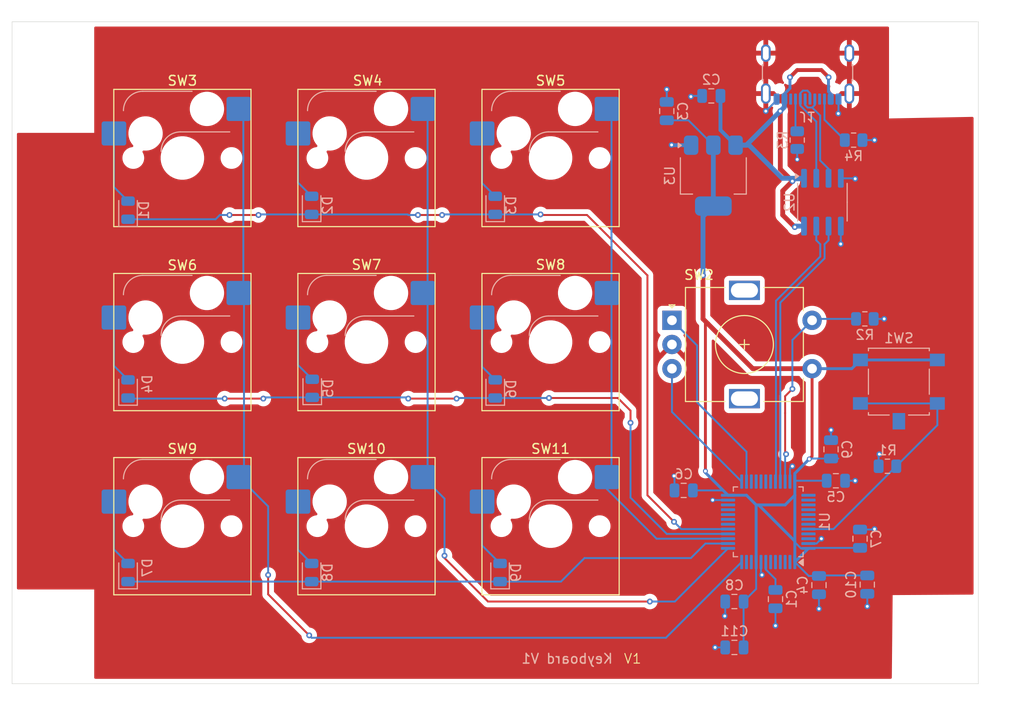
<source format=kicad_pcb>
(kicad_pcb (version 20241229) (generator "pcbnew") (generator_version "9.0")
  (layers (0 "F.Cu" signal) (2 "B.Cu" signal) (13 "F.Paste" user) (15 "B.Paste" user) (5 "F.SilkS" user "F.Silkscreen") (7 "B.SilkS" user "B.Silkscreen") (1 "F.Mask" user) (3 "B.Mask" user) (25 "Edge.Cuts" user))
  (net 0 "")
  (net 1 "GND")
  (net 2 "Net-(U1-NRST)")
  (net 3 "VBUS")
  (net 4 "+3.3V")
  (net 5 "Net-(D1-A)")
  (net 6 "/KR1")
  (net 7 "Net-(D2-A)")
  (net 8 "Net-(D3-A)")
  (net 9 "Net-(D4-A)")
  (net 10 "/KR2")
  (net 11 "Net-(D5-A)")
  (net 12 "Net-(D6-A)")
  (net 13 "/KR3")
  (net 14 "Net-(D7-A)")
  (net 15 "Net-(D8-A)")
  (net 16 "Net-(D9-A)")
  (net 17 "Net-(J1-D+-PadA6)")
  (net 18 "Net-(J1-D--PadA7)")
  (net 20 "Net-(J1-CC2)")
  (net 22 "Net-(J1-CC1)")
  (net 23 "/BOOT0")
  (net 24 "/MUTE")
  (net 25 "/ENCA")
  (net 26 "/ENCB")
  (net 27 "/KC1")
  (net 28 "/KC2")
  (net 29 "/KC3")
  (net 35 "/D+")
  (net 38 "/D-")
  (footprint "PCM_Switch_Keyboard_Hotswap_Kailh:SW_Hotswap_Kailh_MX_1.00u" (layer "F.Cu") (at 47.625 76.2)
    (property "Reference" "SW9")
    (property "Value" "SW_Push")
  )
  (footprint "PCM_Switch_Keyboard_Hotswap_Kailh:SW_Hotswap_Kailh_MX_1.00u" (layer "F.Cu") (at 47.625 38.1)
    (property "Reference" "SW3")
    (property "Value" "SW_Push")
  )
  (footprint "PCM_Switch_Keyboard_Hotswap_Kailh:SW_Hotswap_Kailh_MX_1.00u" (layer "F.Cu") (at 66.675 76.2)
    (property "Reference" "SW10")
    (property "Value" "SW_Push")
  )
  (footprint "PCM_Switch_Keyboard_Hotswap_Kailh:SW_Hotswap_Kailh_MX_1.00u" (layer "F.Cu") (at 85.725 57.15)
    (property "Reference" "SW8")
    (property "Value" "SW_Push")
  )
  (footprint "PCM_Switch_Keyboard_Hotswap_Kailh:SW_Hotswap_Kailh_MX_1.00u" (layer "F.Cu") (at 66.675 57.15)
    (property "Reference" "SW7")
    (property "Value" "SW_Push")
  )
  (footprint "Rotary_Encoder:RotaryEncoder_Alps_EC11E-Switch_Vertical_H20mm" (layer "F.Cu") (at 98.2875 54.9)
    (property "Reference" "SW2")
    (property "Value" "RotaryEncoder_Switch")
  )
  (footprint "PCM_Switch_Keyboard_Hotswap_Kailh:SW_Hotswap_Kailh_MX_1.00u" (layer "F.Cu") (at 66.675 38.1)
    (property "Reference" "SW4")
    (property "Value" "SW_Push")
  )
  (footprint "PCM_Switch_Keyboard_Hotswap_Kailh:SW_Hotswap_Kailh_MX_1.00u" (layer "F.Cu") (at 47.625 57.15)
    (property "Reference" "SW6")
    (property "Value" "SW_Push")
  )
  (footprint "PCM_Switch_Keyboard_Hotswap_Kailh:SW_Hotswap_Kailh_MX_1.00u" (layer "F.Cu") (at 85.725 76.2)
    (property "Reference" "SW11")
    (property "Value" "SW_Push")
  )
  (footprint "MountingHole:MountingHole_3.2mm_M3" (layer "F.Cu") (at 34.75 30)
    (property "Reference" "H1" (hide yes))
    (property "Value" "MountingHole")
  )
  (footprint "MountingHole:MountingHole_3.2mm_M3" (layer "F.Cu") (at 125 30)
    (property "Reference" "H2" (hide yes))
    (property "Value" "MountingHole")
  )
  (footprint "MountingHole:MountingHole_3.2mm_M3" (layer "F.Cu") (at 34.75 87.5)
    (property "Reference" "H4" (hide yes))
    (property "Value" "MountingHole")
  )
  (footprint "MountingHole:MountingHole_3.2mm_M3" (layer "F.Cu") (at 125 87.5)
    (property "Reference" "H3" (hide yes))
    (property "Value" "MountingHole")
  )
  (footprint "PCM_Switch_Keyboard_Hotswap_Kailh:SW_Hotswap_Kailh_MX_1.00u" (layer "F.Cu") (at 85.725 38.1)
    (property "Reference" "SW5")
    (property "Value" "SW_Push")
  )
  (footprint "Diode_SMD:D_0805_2012Metric" (layer "B.Cu") (at 80.5 81 90)
    (property "Reference" "D9")
    (property "Value" "D")
  )
  (footprint "Connector_USB:USB_C_Receptacle_GCT_USB4105-xx-A_16P_TopMnt_Horizontal" (layer "B.Cu") (at 112.32 28.325)
    (property "Reference" "J1")
    (property "Value" "USB_C_Receptacle_USB2.0_16P")
  )
  (footprint "Resistor_SMD:R_0805_2012Metric" (layer "B.Cu") (at 117.0875 36.25)
    (property "Reference" "R4")
    (property "Value" "5.1k")
  )
  (footprint "Capacitor_SMD:C_0805_2012Metric" (layer "B.Cu") (at 113.5 82.3 -90)
    (property "Reference" "C4")
    (property "Value" "100n")
  )
  (footprint "Capacitor_SMD:C_0805_2012Metric" (layer "B.Cu") (at 115.25 71.5)
    (property "Reference" "C5")
    (property "Value" "100n")
  )
  (footprint "Package_TO_SOT_SMD:SOT-223-3_TabPin2" (layer "B.Cu") (at 102.57 39.925 -90)
    (property "Reference" "U3")
    (property "Value" "AMS1117-3.3")
  )
  (footprint "Capacitor_SMD:C_0805_2012Metric" (layer "B.Cu") (at 104.75 84 180)
    (property "Reference" "C8")
    (property "Value" "10n")
  )
  (footprint "Diode_SMD:D_0805_2012Metric" (layer "B.Cu") (at 80 62 90)
    (property "Reference" "D6")
    (property "Value" "D")
  )
  (footprint "Resistor_SMD:R_0805_2012Metric" (layer "B.Cu") (at 120.5875 70 180)
    (property "Reference" "R1")
    (property "Value" "10k")
  )
  (footprint "Diode_SMD:D_0805_2012Metric" (layer "B.Cu") (at 42 62 90)
    (property "Reference" "D4")
    (property "Value" "D")
  )
  (footprint "Diode_SMD:D_0805_2012Metric" (layer "B.Cu") (at 61 81 90)
    (property "Reference" "D8")
    (property "Value" "D")
  )
  (footprint "Package_QFP:LQFP-48_7x7mm_P0.5mm" (layer "B.Cu") (at 108.25 75.75 90)
    (property "Reference" "U1")
    (property "Value" "STM32F072C8Tx")
  )
  (footprint "Capacitor_SMD:C_0805_2012Metric" (layer "B.Cu") (at 114.75 68.25 90)
    (property "Reference" "C9")
    (property "Value" "4.7u")
  )
  (footprint "Capacitor_SMD:C_0805_2012Metric" (layer "B.Cu") (at 97.75 33.25 90)
    (property "Reference" "C3")
    (property "Value" "10u")
  )
  (footprint "Capacitor_SMD:C_0805_2012Metric" (layer "B.Cu") (at 118.5 82.25 -90)
    (property "Reference" "C10")
    (property "Value" "4.7u")
  )
  (footprint "Package_SO:SOIC-8_3.9x4.9mm_P1.27mm" (layer "B.Cu") (at 113.8575 42.675 -90)
    (property "Reference" "U2")
    (property "Value" "USB6B1")
  )
  (footprint "Button_Switch_SMD:SW_SPST_B3S-1100" (layer "B.Cu") (at 121.77 62.17 180)
    (property "Reference" "SW1")
    (property "Value" "SW_Push")
  )
  (footprint "Resistor_SMD:R_0805_2012Metric" (layer "B.Cu") (at 111.25 36.25 -90)
    (property "Reference" "R3")
    (property "Value" "5.1k")
  )
  (footprint "Diode_SMD:D_0805_2012Metric" (layer "B.Cu") (at 42 43.5 90)
    (property "Reference" "D1")
    (property "Value" "D")
  )
  (footprint "Capacitor_SMD:C_0805_2012Metric" (layer "B.Cu") (at 104.75 88.75 180)
    (property "Reference" "C11")
    (property "Value" "1u")
  )
  (footprint "Capacitor_SMD:C_0805_2012Metric" (layer "B.Cu") (at 99.5 72.5 180)
    (property "Reference" "C6")
    (property "Value" "100n")
  )
  (footprint "Capacitor_SMD:C_0805_2012Metric" (layer "B.Cu") (at 102.3575 31.675 180)
    (property "Reference" "C2")
    (property "Value" "10u")
  )
  (footprint "Capacitor_SMD:C_0805_2012Metric" (layer "B.Cu") (at 117.75 77.5 90)
    (property "Reference" "C7")
    (property "Value" "100n")
  )
  (footprint "Diode_SMD:D_0805_2012Metric" (layer "B.Cu") (at 42 81 90)
    (property "Reference" "D7")
    (property "Value" "D")
  )
  (footprint "Capacitor_SMD:C_0805_2012Metric" (layer "B.Cu") (at 109 83.75 90)
    (property "Reference" "C1")
    (property "Value" "100n")
  )
  (footprint "Resistor_SMD:R_0805_2012Metric" (layer "B.Cu") (at 118.25 54.75)
    (property "Reference" "R2")
    (property "Value" "10k")
  )
  (footprint "Diode_SMD:D_0805_2012Metric" (layer "B.Cu") (at 61 43 90)
    (property "Reference" "D2")
    (property "Value" "D")
  )
  (footprint "Diode_SMD:D_0805_2012Metric" (layer "B.Cu") (at 61.0625 61.9375 90)
    (property "Reference" "D5")
    (property "Value" "D")
  )
  (footprint "Diode_SMD:D_0805_2012Metric" (layer "B.Cu") (at 80 43 90)
    (property "Reference" "D3")
    (property "Value" "D")
  )
  (gr_line (start 130 24) (end 130 92.5) (stroke (width 0.05)) (layer "Edge.Cuts"))
  (gr_line (start 30 24) (end 130 24) (stroke (width 0.05)) (layer "Edge.Cuts"))
  (gr_line (start 130 92.5) (end 30 92.5) (stroke (width 0.05)) (layer "Edge.Cuts"))
  (gr_line (start 30 24) (end 30 92.5) (stroke (width 0.05)) (layer "Edge.Cuts"))
  (gr_text "V1" (at 93.25 90.5 0) (layer "F.SilkS") (effects (font (size 1 1) (thickness 0.1)) (justify left bottom)))
  (gr_text "Keyboard V1" (at 92.25 90.5 0) (layer "B.SilkS") (effects (font (size 1 1)) (justify left bottom mirror)))
  (via (at 100.25 31.75) (size 0.6) (drill 0.3) (layers "F.Cu" "B.Cu") (net 1))
  (via (at 115.5 33.5) (size 0.6) (drill 0.3) (layers "F.Cu" "B.Cu") (net 1))
  (via (at 110.75 70) (size 0.6) (drill 0.3) (layers "F.Cu" "B.Cu") (net 1))
  (via (at 108 33.25) (size 0.6) (drill 0.3) (layers "F.Cu" "B.Cu") (net 1))
  (via (at 119.75 68.75) (size 0.6) (drill 0.3) (layers "F.Cu" "B.Cu") (net 1))
  (via (at 113.5 84.75) (size 0.6) (drill 0.3) (layers "F.Cu" "B.Cu") (net 1))
  (via (at 115.75 47) (size 0.6) (drill 0.3) (layers "F.Cu" "B.Cu") (net 1))
  (via (at 98.5 71) (size 0.5) (drill 0.3) (layers "F.Cu" "B.Cu") (net 1))
  (via (at 107.6 81.25) (size 0.6) (drill 0.3) (layers "F.Cu" "B.Cu") (net 1))
  (via (at 117.25 71.5) (size 0.6) (drill 0.3) (layers "F.Cu" "B.Cu") (net 1))
  (via (at 120.25 54.75) (size 0.6) (drill 0.3) (layers "F.Cu" "B.Cu") (net 1))
  (via (at 109 86.5) (size 0.6) (drill 0.3) (layers "F.Cu" "B.Cu") (net 1))
  (via (at 117.25 40.25) (size 0.6) (drill 0.3) (layers "F.Cu" "B.Cu") (net 1))
  (via (at 103.75 85.5) (size 0.6) (drill 0.3) (layers "F.Cu" "B.Cu") (net 1))
  (via (at 114.75 66.25) (size 0.6) (drill 0.3) (layers "F.Cu" "B.Cu") (net 1))
  (via (at 98.25 36.75) (size 0.6) (drill 0.3) (layers "F.Cu" "B.Cu") (net 1))
  (via (at 111.25 38.25) (size 0.5) (drill 0.3) (layers "F.Cu" "B.Cu") (net 1))
  (via (at 119.25 76.5) (size 0.6) (drill 0.3) (layers "F.Cu" "B.Cu") (net 1))
  (via (at 102.5 73.5) (size 0.5) (drill 0.3) (layers "F.Cu" "B.Cu") (net 1))
  (via (at 102.75 88.75) (size 0.6) (drill 0.3) (layers "F.Cu" "B.Cu") (net 1))
  (via (at 118.5 84.5) (size 0.6) (drill 0.3) (layers "F.Cu" "B.Cu") (net 1))
  (via (at 119.25 36.25) (size 0.6) (drill 0.3) (layers "F.Cu" "B.Cu") (net 1))
  (via (at 113.75 77.5) (size 0.6) (drill 0.3) (layers "F.Cu" "B.Cu") (net 1))
  (via (at 97.75 31) (size 0.6) (drill 0.3) (layers "F.Cu" "B.Cu") (net 1))
  (segment (start 117.2 40.2) (end 117.25 40.25) (width 0.2) (layer "B.Cu") (net 1))
  (segment (start 98.55 71.05) (end 98.5 71) (width 0.2) (layer "B.Cu") (net 1))
  (segment (start 100.325 31.675) (end 100.25 31.75) (width 0.2) (layer "B.Cu") (net 1))
  (segment (start 103.8 88.75) (end 102.75 88.75) (width 0.2) (layer "B.Cu") (net 1))
  (segment (start 100.27 36.775) (end 98.275 36.775) (width 0.4) (layer "B.Cu") (net 1))
  (segment (start 116.2 71.5) (end 117.25 71.5) (width 0.2) (layer "B.Cu") (net 1))
  (segment (start 113.25 78) (end 113.75 77.5) (width 0.2) (layer "B.Cu") (net 1))
  (segment (start 107.5 79.9125) (end 107.5 81.15) (width 0.2) (layer "B.Cu") (net 1))
  (segment (start 103.8 84) (end 103.8 85.45) (width 0.2) (layer "B.Cu") (net 1))
  (segment (start 118 36.25) (end 119.25 36.25) (width 0.2) (layer "B.Cu") (net 1))
  (segment (start 109 84.7) (end 109 86.5) (width 0.2) (layer "B.Cu") (net 1))
  (segment (start 98.55 72.5) (end 98.55 71.05) (width 0.2) (layer "B.Cu") (net 1))
  (segment (start 107.5 81.15) (end 107.6 81.25) (width 0.2) (layer "B.Cu") (net 1))
  (segment (start 111.25 37.1625) (end 111.25 38.25) (width 0.2) (layer "B.Cu") (net 1))
  (segment (start 98.275 36.775) (end 98.25 36.75) (width 0.4) (layer "B.Cu") (net 1))
  (segment (start 110.5 71.5875) (end 110.5 70.25) (width 0.2) (layer "B.Cu") (net 1))
  (segment (start 114.75 67.3) (end 114.75 66.25) (width 0.2) (layer "B.Cu") (net 1))
  (segment (start 112.4125 78) (end 113.25 78) (width 0.2) (layer "B.Cu") (net 1))
  (segment (start 119.2 76.55) (end 119.25 76.5) (width 0.2) (layer "B.Cu") (net 1))
  (segment (start 119.675 68.825) (end 119.75 68.75) (width 0.2) (layer "B.Cu") (net 1))
  (segment (start 115.52 33.48) (end 115.5 33.5) (width 0.2) (layer "B.Cu") (net 1))
  (segment (start 119.1625 54.75) (end 120.25 54.75) (width 0.2) (layer "B.Cu") (net 1))
  (segment (start 117.75 76.55) (end 119.2 76.55) (width 0.2) (layer "B.Cu") (net 1))
  (segment (start 115.52 32.005) (end 115.52 33.48) (width 0.2) (layer "B.Cu") (net 1))
  (segment (start 109.12 32.005) (end 109.12 32.13) (width 0.2) (layer "B.Cu") (net 1))
  (segment (start 113.5 83.25) (end 113.5 84.75) (width 0.2) (layer "B.Cu") (net 1))
  (segment (start 109.12 32.13) (end 108 33.25) (width 0.2) (layer "B.Cu") (net 1))
  (segment (start 115.7625 46.9875) (end 115.75 47) (width 0.2) (layer "B.Cu") (net 1))
  (segment (start 115.7625 40.2) (end 117.2 40.2) (width 0.2) (layer "B.Cu") (net 1))
  (segment (start 115.7625 45.15) (end 115.7625 46.9875) (width 0.2) (layer "B.Cu") (net 1))
  (segment (start 97.75 32.3) (end 97.75 31) (width 0.2) (layer "B.Cu") (net 1))
  (segment (start 104.0875 73.5) (end 102.5 73.5) (width 0.2) (layer "B.Cu") (net 1))
  (segment (start 119.675 70) (end 119.675 68.825) (width 0.2) (layer "B.Cu") (net 1))
  (segment (start 103.8 85.45) (end 103.75 85.5) (width 0.2) (layer "B.Cu") (net 1))
  (segment (start 101.4075 31.675) (end 100.325 31.675) (width 0.2) (layer "B.Cu") (net 1))
  (segment (start 118.5 83.2) (end 118.5 84.5) (width 0.2) (layer "B.Cu") (net 1))
  (segment (start 110.5 70.25) (end 110.75 70) (width 0.2) (layer "B.Cu") (net 1))
  (segment (start 108 80.683824) (end 108 79.9125) (width 0.2) (layer "B.Cu") (net 2))
  (segment (start 109 81.683824) (end 108 80.683824) (width 0.2) (layer "B.Cu") (net 2))
  (segment (start 109 82.8) (end 109 81.683824) (width 0.2) (layer "B.Cu") (net 2))
  (segment (start 109.5 39.25) (end 110.75 40.5) (width 0.5) (layer "F.Cu") (net 3))
  (segment (start 111.25 29) (end 113.75 29) (width 0.4) (layer "F.Cu") (net 3))
  (segment (start 110.5 29.75) (end 111.25 29) (width 0.4) (layer "F.Cu") (net 3))
  (segment (start 109.75 41.5) (end 109.75 44) (width 0.5) (layer "F.Cu") (net 3))
  (segment (start 109.5 33.25) (end 109.5 39.25) (width 0.5) (layer "F.Cu") (net 3))
  (segment (start 113.75 29) (end 114.5 29.75) (width 0.4) (layer "F.Cu") (net 3))
  (segment (start 109.75 44) (end 111 45.25) (width 0.5) (layer "F.Cu") (net 3))
  (segment (start 110.75 40.5) (end 109.75 41.5) (width 0.5) (layer "F.Cu") (net 3))
  (via (at 110.5 29.75) (size 0.6) (drill 0.3) (layers "F.Cu" "B.Cu") (net 3))
  (via (at 109.5 33.25) (size 0.6) (drill 0.3) (layers "F.Cu" "B.Cu") (net 3))
  (via (at 110.75 40.5) (size 0.6) (drill 0.3) (layers "F.Cu" "B.Cu") (net 3))
  (via (at 114.5 29.75) (size 0.6) (drill 0.3) (layers "F.Cu" "B.Cu") (net 3))
  (via (at 111 45.25) (size 0.6) (drill 0.3) (layers "F.Cu" "B.Cu") (net 3))
  (segment (start 103.3075 31.675) (end 103.3075 35.2125) (width 0.4) (layer "B.Cu") (net 3))
  (segment (start 109.92 31.475466) (end 110.5 30.895466) (width 0.3) (layer "B.Cu") (net 3))
  (segment (start 111.9525 45.15) (end 111.1 45.15) (width 0.5) (layer "B.Cu") (net 3))
  (segment (start 109.7 40.2) (end 111.9525 40.2) (width 0.5) (layer "B.Cu") (net 3))
  (segment (start 110.75 40.5) (end 111 40.25) (width 0.5) (layer "B.Cu") (net 3))
  (segment (start 106.275 36.775) (end 109.7 40.2) (width 0.5) (layer "B.Cu") (net 3))
  (segment (start 104.87 36.775) (end 106.275 36.775) (width 0.5) (layer "B.Cu") (net 3))
  (segment (start 114.484 29.766) (end 114.5 29.75) (width 0.3) (layer "B.Cu") (net 3))
  (segment (start 111 40.25) (end 111.9025 40.25) (width 0.5) (layer "B.Cu") (net 3))
  (segment (start 103.3075 35.2125) (end 104.87 36.775) (width 0.4) (layer "B.Cu") (net 3))
  (segment (start 109.92 32.005) (end 109.92 32.83) (width 0.5) (layer "B.Cu") (net 3))
  (segment (start 111.1 45.15) (end 111 45.25) (width 0.5) (layer "B.Cu") (net 3))
  (segment (start 114.484 31.234) (end 114.484 29.766) (width 0.3) (layer "B.Cu") (net 3))
  (segment (start 109.92 32.005) (end 109.92 31.475466) (width 0.3) (layer "B.Cu") (net 3))
  (segment (start 111.9025 40.25) (end 111.9525 40.2) (width 0.5) (layer "B.Cu") (net 3))
  (segment (start 105.975 36.775) (end 104.87 36.775) (width 0.5) (layer "B.Cu") (net 3))
  (segment (start 114.72 32.005) (end 114.72 31.47) (width 0.3) (layer "B.Cu") (net 3))
  (segment (start 110.5 30.895466) (end 110.5 29.75) (width 0.3) (layer "B.Cu") (net 3))
  (segment (start 109.5 33.25) (end 105.975 36.775) (width 0.5) (layer "B.Cu") (net 3))
  (segment (start 114.72 31.47) (end 114.484 31.234) (width 0.3) (layer "B.Cu") (net 3))
  (segment (start 109.92 32.83) (end 109.5 33.25) (width 0.5) (layer "B.Cu") (net 3))
  (segment (start 106.65 59.9) (end 102 55.25) (width 0.5) (layer "F.Cu") (net 4))
  (segment (start 112.7875 68.9625) (end 112.7875 59.9) (width 0.3) (layer "F.Cu") (net 4))
  (segment (start 101.5 54.75) (end 101.5 50.25) (width 0.5) (layer "F.Cu") (net 4))
  (segment (start 101.75 55) (end 101.5 54.75) (width 0.3) (layer "F.Cu") (net 4))
  (segment (start 101.75 70.5) (end 101.75 55) (width 0.3) (layer "F.Cu") (net 4))
  (segment (start 112.5 69.25) (end 112.7875 68.9625) (width 0.3) (layer "F.Cu") (net 4))
  (segment (start 112.7875 59.9) (end 106.65 59.9) (width 0.5) (layer "F.Cu") (net 4))
  (segment (start 102 55.25) (end 101.5 54.75) (width 0.5) (layer "F.Cu") (net 4))
  (via (at 101.5 50.25) (size 0.6) (drill 0.3) (layers "F.Cu" "B.Cu") (net 4))
  (via (at 101.75 70.5) (size 0.5) (drill 0.3) (layers "F.Cu" "B.Cu") (net 4))
  (via (at 112.5 69.25) (size 0.5) (drill 0.3) (layers "F.Cu" "B.Cu") (net 4))
  (segment (start 110 74) (end 111 73) (width 0.3) (layer "B.Cu") (net 4))
  (segment (start 112.55 69.2) (end 112.5 69.25) (width 0.2) (layer "B.Cu") (net 4))
  (segment (start 113.55 81.3) (end 113.5 81.35) (width 0.2) (layer "B.Cu") (net 4))
  (segment (start 104.0875 73) (end 101.75 70.6625) (width 0.3) (layer "B.Cu") (net 4))
  (segment (start 114.3 71.5) (end 111.0875 71.5) (width 0.2) (layer "B.Cu") (net 4))
  (segment (start 107 79.9125) (end 107 74) (width 0.3) (layer "B.Cu") (net 4))
  (segment (start 111 70.75) (end 112.5 69.25) (width 0.3) (layer "B.Cu") (net 4))
  (segment (start 112.7875 59.9) (end 116.89 59.9) (width 0.3) (layer "B.Cu") (net 4))
  (segment (start 111.641176 78.5) (end 111 77.858824) (width 0.2) (layer "B.Cu") (net 4))
  (segment (start 111.0875 71.5) (end 111 71.5875) (width 0.2) (layer "B.Cu") (net 4))
  (segment (start 106 73) (end 104.0875 73) (width 0.3) (layer "B.Cu") (net 4))
  (segment (start 111 77.75) (end 111 73) (width 0.3) (layer "B.Cu") (net 4))
  (segment (start 111 77.858824) (end 111 77.75) (width 0.2) (layer "B.Cu") (net 4))
  (segment (start 107 82.7) (end 107 79.9125) (width 0.2) (layer "B.Cu") (net 4))
  (segment (start 105.7 84) (end 107 82.7) (width 0.2) (layer "B.Cu") (net 4))
  (segment (start 112.4625 78.45) (end 112.4125 78.5) (width 0.2) (layer "B.Cu") (net 4))
  (segment (start 111 71.5875) (end 111 70.75) (width 0.3) (layer "B.Cu") (net 4))
  (segment (start 115.5 69.2) (end 112.55 69.2) (width 0.2) (layer "B.Cu") (net 4))
  (segment (start 97.75 34.2) (end 99.995 34.2) (width 0.2) (layer "B.Cu") (net 4))
  (segment (start 101.75 70.6625) (end 101.75 70.5) (width 0.3) (layer "B.Cu") (net 4))
  (segment (start 105.7 88.75) (end 105.7 84) (width 0.2) (layer "B.Cu") (net 4))
  (segment (start 107 74) (end 107.25 74) (width 0.3) (layer "B.Cu") (net 4))
  (segment (start 116.89 59.9) (end 117.79 59) (width 0.3) (layer "B.Cu") (net 4))
  (segment (start 113.5 81.35) (end 112.4375 81.35) (width 0.2) (layer "B.Cu") (net 4))
  (segment (start 103.5875 72.5) (end 104.0875 73) (width 0.2) (layer "B.Cu") (net 4))
  (segment (start 117.75 78.45) (end 112.4625 78.45) (width 0.2) (layer "B.Cu") (net 4))
  (segment (start 107 74) (end 110 74) (width 0.3) (layer "B.Cu") (net 4))
  (segment (start 112.4125 78.5) (end 111.641176 78.5) (width 0.2) (layer "B.Cu") (net 4))
  (segment (start 112.7875 59.9) (end 113.24075 59.9) (width 0.5) (layer "B.Cu") (net 4))
  (segment (start 112.4375 81.35) (end 111 79.9125) (width 0.2) (layer "B.Cu") (net 4))
  (segment (start 117.79 59) (end 125.75 59) (width 0.3) (layer "B.Cu") (net 4))
  (segment (start 99.995 34.2) (end 102.57 36.775) (width 0.2) (layer "B.Cu") (net 4))
  (segment (start 101.5 44.145) (end 101.5 50.25) (width 0.5) (layer "B.Cu") (net 4))
  (segment (start 111 73) (end 111 71.5875) (width 0.3) (layer "B.Cu") (net 4))
  (segment (start 118.5 81.3) (end 113.55 81.3) (width 0.2) (layer "B.Cu") (net 4))
  (segment (start 100.45 72.5) (end 103.5875 72.5) (width 0.2) (layer "B.Cu") (net 4))
  (segment (start 111 79.9125) (end 112.4125 78.5) (width 0.3) (layer "B.Cu") (net 4))
  (segment (start 102.57 36.775) (end 102.57 43.075) (width 0.5) (layer "B.Cu") (net 4))
  (segment (start 102.57 43.075) (end 101.5 44.145) (width 0.5) (layer "B.Cu") (net 4))
  (segment (start 107.25 74) (end 111 77.75) (width 0.3) (layer "B.Cu") (net 4))
  (segment (start 107 74) (end 106 73) (width 0.3) (layer "B.Cu") (net 4))
  (segment (start 111 79.9125) (end 111 77.75) (width 0.3) (layer "B.Cu") (net 4))
  (segment (start 40.54 41.1025) (end 42 42.5625) (width 0.2) (layer "B.Cu") (net 5))
  (segment (start 40.54 35.56) (end 40.54 41.1025) (width 0.2) (layer "B.Cu") (net 5))
  (segment (start 89.5 44) (end 84.75 44) (width 0.2) (layer "F.Cu") (net 6))
  (segment (start 98.5 75.75) (end 95.75 73) (width 0.2) (layer "F.Cu") (net 6))
  (segment (start 55.5 44) (end 52.5 44) (width 0.2) (layer "F.Cu") (net 6))
  (segment (start 95.75 73) (end 95.75 50.25) (width 0.2) (layer "F.Cu") (net 6))
  (segment (start 84.75 44) (end 84.6875 43.9375) (width 0.2) (layer "F.Cu") (net 6))
  (segment (start 74.5 44) (end 72 44) (width 0.2) (layer "F.Cu") (net 6))
  (segment (start 95.75 50.25) (end 89.5 44) (width 0.2) (layer "F.Cu") (net 6))
  (via (at 84.6875 43.9375) (size 0.6) (drill 0.3) (layers "F.Cu" "B.Cu") (net 6))
  (via (at 74.5 44) (size 0.6) (drill 0.3) (layers "F.Cu" "B.Cu") (net 6))
  (via (at 72 44) (size 0.6) (drill 0.3) (layers "F.Cu" "B.Cu") (net 6))
  (via (at 98.5 75.75) (size 0.6) (drill 0.3) (layers "F.Cu" "B.Cu") (net 6))
  (via (at 55.5 44) (size 0.6) (drill 0.3) (layers "F.Cu" "B.Cu") (net 6))
  (via (at 52.5 44) (size 0.6) (drill 0.3) (layers "F.Cu" "B.Cu") (net 6))
  (segment (start 84.6875 43.9375) (end 80 43.9375) (width 0.2) (layer "B.Cu") (net 6))
  (segment (start 74.5625 43.9375) (end 74.5 44) (width 0.2) (layer "B.Cu") (net 6))
  (segment (start 104.0875 76.5) (end 99.25 76.5) (width 0.2) (layer "B.Cu") (net 6))
  (segment (start 61 43.9375) (end 55.5625 43.9375) (width 0.2) (layer "B.Cu") (net 6))
  (segment (start 70.9375 43.9375) (end 61 43.9375) (width 0.2) (layer "B.Cu") (net 6))
  (segment (start 52.5 44) (end 51.5 44) (width 0.2) (layer "B.Cu") (net 6))
  (segment (start 51.0625 44.4375) (end 42 44.4375) (width 0.2) (layer "B.Cu") (net 6))
  (segment (start 72 44) (end 71 44) (width 0.2) (layer "B.Cu") (net 6))
  (segment (start 71 44) (end 70.9375 43.9375) (width 0.2) (layer "B.Cu") (net 6))
  (segment (start 80 43.9375) (end 74.5625 43.9375) (width 0.2) (layer "B.Cu") (net 6))
  (segment (start 55.5625 43.9375) (end 55.5 44) (width 0.2) (layer "B.Cu") (net 6))
  (segment (start 51.5 44) (end 51.0625 44.4375) (width 0.2) (layer "B.Cu") (net 6))
  (segment (start 99.25 76.5) (end 98.5 75.75) (width 0.2) (layer "B.Cu") (net 6))
  (segment (start 59.59 35.56) (end 59.59 40.6525) (width 0.2) (layer "B.Cu") (net 7))
  (segment (start 59.59 40.6525) (end 61 42.0625) (width 0.2) (layer "B.Cu") (net 7))
  (segment (start 80 42.0625) (end 78.64 40.7025) (width 0.2) (layer "B.Cu") (net 8))
  (segment (start 78.64 40.7025) (end 78.64 35.56) (width 0.2) (layer "B.Cu") (net 8))
  (segment (start 40.54 59.6025) (end 40.54 54.61) (width 0.2) (layer "B.Cu") (net 9))
  (segment (start 42 61.0625) (end 40.54 59.6025) (width 0.2) (layer "B.Cu") (net 9))
  (segment (start 94 65.5) (end 94 64.25) (width 0.2) (layer "F.Cu") (net 10))
  (segment (start 92.6875 62.9375) (end 85.5625 62.9375) (width 0.2) (layer "F.Cu") (net 10))
  (segment (start 71 63) (end 76 63) (width 0.2) (layer "F.Cu") (net 10))
  (segment (start 52 63) (end 56 63) (width 0.2) (layer "F.Cu") (net 10))
  (segment (start 94 64.25) (end 92.6875 62.9375) (width 0.2) (layer "F.Cu") (net 10))
  (via (at 85.5625 62.9375) (size 0.6) (drill 0.3) (layers "F.Cu" "B.Cu") (net 10))
  (via (at 94 65.5) (size 0.6) (drill 0.3) (layers "F.Cu" "B.Cu") (net 10))
  (via (at 52 63) (size 0.6) (drill 0.3) (layers "F.Cu" "B.Cu") (net 10))
  (via (at 71 63) (size 0.6) (drill 0.3) (layers "F.Cu" "B.Cu") (net 10))
  (via (at 56 63) (size 0.6) (drill 0.3) (layers "F.Cu" "B.Cu") (net 10))
  (via (at 76 63) (size 0.6) (drill 0.3) (layers "F.Cu" "B.Cu") (net 10))
  (segment (start 94 73.25) (end 97.75 77) (width 0.2) (layer "B.Cu") (net 10))
  (segment (start 76 63) (end 76.0625 62.9375) (width 0.2) (layer "B.Cu") (net 10))
  (segment (start 61.0625 62.875) (end 70.875 62.875) (width 0.2) (layer "B.Cu") (net 10))
  (segment (start 76.0625 62.9375) (end 80 62.9375) (width 0.2) (layer "B.Cu") (net 10))
  (segment (start 42.0625 63) (end 52 63) (width 0.2) (layer "B.Cu") (net 10))
  (segment (start 80 62.9375) (end 85.5625 62.9375) (width 0.2) (layer "B.Cu") (net 10))
  (segment (start 56 63) (end 56.125 62.875) (width 0.2) (layer "B.Cu") (net 10))
  (segment (start 42 62.9375) (end 42.0625 63) (width 0.2) (layer "B.Cu") (net 10))
  (segment (start 70.875 62.875) (end 71 63) (width 0.2) (layer "B.Cu") (net 10))
  (segment (start 97.75 77) (end 104.0875 77) (width 0.2) (layer "B.Cu") (net 10))
  (segment (start 94 65.5) (end 94 73.25) (width 0.2) (layer "B.Cu") (net 10))
  (segment (start 56.125 62.875) (end 61.0625 62.875) (width 0.2) (layer "B.Cu") (net 10))
  (segment (start 59.59 59.5275) (end 61.0625 61) (width 0.2) (layer "B.Cu") (net 11))
  (segment (start 59.59 54.61) (end 59.59 59.5275) (width 0.2) (layer "B.Cu") (net 11))
  (segment (start 78.64 59.7025) (end 80 61.0625) (width 0.2) (layer "B.Cu") (net 12))
  (segment (start 78.64 54.61) (end 78.64 59.7025) (width 0.2) (layer "B.Cu") (net 12))
  (segment (start 88.994413 79.744413) (end 86.801326 81.9375) (width 0.2) (layer "B.Cu") (net 13))
  (segment (start 79.9375 81.9375) (end 61 81.9375) (width 0.2) (layer "B.Cu") (net 13))
  (segment (start 80.0625 81.9375) (end 80 82) (width 0.2) (layer "B.Cu") (net 13))
  (segment (start 101.75 78) (end 104.0875 78) (width 0.2) (layer "B.Cu") (net 13))
  (segment (start 80 82) (end 79.9375 81.9375) (width 0.2) (layer "B.Cu") (net 13))
  (segment (start 89.238826 79.5) (end 88.994413 79.744413) (width 0.2) (layer "B.Cu") (net 13))
  (segment (start 61 81.9375) (end 42 81.9375) (width 0.2) (layer "B.Cu") (net 13))
  (segment (start 80.5 81.9375) (end 80.0625 81.9375) (width 0.2) (layer "B.Cu") (net 13))
  (segment (start 100.25 79.5) (end 101.75 78) (width 0.2) (layer "B.Cu") (net 13))
  (segment (start 104.0875 78) (end 104.0385 78.049) (width 0.2) (layer "B.Cu") (net 13))
  (segment (start 100.25 79.5) (end 89.238826 79.5) (width 0.2) (layer "B.Cu") (net 13))
  (segment (start 86.801326 81.9375) (end 80.5 81.9375) (width 0.2) (layer "B.Cu") (net 13))
  (segment (start 40.54 78.6025) (end 42 80.0625) (width 0.2) (layer "B.Cu") (net 14))
  (segment (start 40.54 73.66) (end 40.54 78.6025) (width 0.2) (layer "B.Cu") (net 14))
  (segment (start 59.59 73.66) (end 59.59 78.6525) (width 0.2) (layer "B.Cu") (net 15))
  (segment (start 59.59 78.6525) (end 61 80.0625) (width 0.2) (layer "B.Cu") (net 15))
  (segment (start 78.64 73.66) (end 78.64 78.2025) (width 0.2) (layer "B.Cu") (net 16))
  (segment (start 78.64 78.2025) (end 80.5 80.0625) (width 0.2) (layer "B.Cu") (net 16))
  (segment (start 113.6235 38.356001) (end 114.4925 39.225001) (width 0.2) (layer "B.Cu") (net 17))
  (segment (start 114.4925 39.225001) (end 114.4925 40.2) (width 0.2) (layer "B.Cu") (net 17))
  (segment (start 112.337176 32.881) (end 112.07 32.613824) (width 0.2) (layer "B.Cu") (net 17))
  (segment (start 113.07 32.005) (end 113.07 32.613824) (width 0.2) (layer "B.Cu") (net 17))
  (segment (start 112.802824 32.881) (end 113.6235 33.701676) (width 0.2) (layer "B.Cu") (net 17))
  (segment (start 112.07 32.613824) (end 112.07 32.005) (width 0.2) (layer "B.Cu") (net 17))
  (segment (start 113.6235 33.701676) (end 113.6235 38.356001) (width 0.2) (layer "B.Cu") (net 17))
  (segment (start 112.802824 32.881) (end 112.337176 32.881) (width 0.2) (layer "B.Cu") (net 17))
  (segment (start 113.07 32.613824) (end 112.802824 32.881) (width 0.2) (layer "B.Cu") (net 17))
  (segment (start 111.57 32.005) (end 111.57 32.68) (width 0.2) (layer "B.Cu") (net 18))
  (segment (start 111.57 32.68) (end 113.2225 34.3325) (width 0.2) (layer "B.Cu") (net 18))
  (segment (start 111.837176 31.129) (end 112.302824 31.129) (width 0.2) (layer "B.Cu") (net 18))
  (segment (start 113.2225 34.3325) (end 113.2225 40.2) (width 0.2) (layer "B.Cu") (net 18))
  (segment (start 112.302824 31.129) (end 112.57 31.396176) (width 0.2) (layer "B.Cu") (net 18))
  (segment (start 111.57 31.396176) (end 111.837176 31.129) (width 0.2) (layer "B.Cu") (net 18))
  (segment (start 112.57 31.396176) (end 112.57 32.005) (width 0.2) (layer "B.Cu") (net 18))
  (segment (start 111.57 32.005) (end 111.57 31.396176) (width 0.2) (layer "B.Cu") (net 18))
  (segment (start 116.175 36.25) (end 114.07 34.145) (width 0.2) (layer "B.Cu") (net 20))
  (segment (start 114.07 34.145) (end 114.07 32.005) (width 0.2) (layer "B.Cu") (net 20))
  (segment (start 111.25 35.3375) (end 111.07 35.1575) (width 0.2) (layer "B.Cu") (net 22))
  (segment (start 111.07 35.1575) (end 111.07 32.005) (width 0.2) (layer "B.Cu") (net 22))
  (segment (start 121.5 70) (end 115 76.5) (width 0.2) (layer "B.Cu") (net 23))
  (segment (start 125.75 63.5) (end 117.79 63.5) (width 0.2) (layer "B.Cu") (net 23))
  (segment (start 115 76.5) (end 112.4125 76.5) (width 0.2) (layer "B.Cu") (net 23))
  (segment (start 125.75 65.75) (end 121.5 70) (width 0.2) (layer "B.Cu") (net 23))
  (segment (start 125.75 63.5) (end 125.75 65.75) (width 0.2) (layer "B.Cu") (net 23))
  (segment (start 110 68.65) (end 110.1 68.75) (width 0.2) (layer "F.Cu") (net 24))
  (segment (start 110 64.5) (end 110 68.65) (width 0.2) (layer "F.Cu") (net 24))
  (segment (start 110 62.75) (end 110 64.5) (width 0.2) (layer "F.Cu") (net 24))
  (segment (start 110.75 62) (end 110 62.75) (width 0.2) (layer "F.Cu") (net 24))
  (via (at 110.1 68.75) (size 0.6) (drill 0.3) (layers "F.Cu" "B.Cu") (net 24))
  (via (at 110.75 62) (size 0.6) (drill 0.3) (layers "F.Cu" "B.Cu") (net 24))
  (segment (start 110.1 68.75) (end 110 68.85) (width 0.2) (layer "B.Cu") (net 24))
  (segment (start 110 68.85) (end 110 71.5875) (width 0.2) (layer "B.Cu") (net 24))
  (segment (start 110.75 56.9375) (end 110.75 62) (width 0.2) (layer "B.Cu") (net 24))
  (segment (start 112.7875 54.9) (end 110.75 56.9375) (width 0.2) (layer "B.Cu") (net 24))
  (segment (start 112.9375 54.75) (end 112.7875 54.9) (width 0.2) (layer "B.Cu") (net 24))
  (segment (start 117.3375 54.75) (end 112.9375 54.75) (width 0.2) (layer "B.Cu") (net 24))
  (segment (start 98.2875 54.9) (end 100.8895 57.502) (width 0.2) (layer "B.Cu") (net 25))
  (segment (start 100.8895 63.3895) (end 106 68.5) (width 0.2) (layer "B.Cu") (net 25))
  (segment (start 106 68.5) (end 106 71.5875) (width 0.2) (layer "B.Cu") (net 25))
  (segment (start 100.8895 57.502) (end 100.8895 63.3895) (width 0.2) (layer "B.Cu") (net 25))
  (segment (start 105.5 71.5875) (end 98.2875 64.375) (width 0.2) (layer "B.Cu") (net 26))
  (segment (start 98.2875 64.375) (end 98.2875 59.9) (width 0.2) (layer "B.Cu") (net 26))
  (segment (start 56.5 81.25) (end 56.5 83.25) (width 0.2) (layer "F.Cu") (net 27))
  (segment (start 56.5 83.25) (end 60.75 87.5) (width 0.2) (layer "F.Cu") (net 27))
  (via (at 56.5 81.25) (size 0.6) (drill 0.3) (layers "F.Cu" "B.Cu") (net 27))
  (via (at 60.75 87.5) (size 0.6) (drill 0.3) (layers "F.Cu" "B.Cu") (net 27))
  (segment (start 56.5 74.153) (end 56.5 81.25) (width 0.2) (layer "B.Cu") (net 27))
  (segment (start 61 87.75) (end 60.75 87.5) (width 0.2) (layer "B.Cu") (net 27))
  (segment (start 53.467 52.07) (end 54 52.603) (width 0.2) (layer "B.Cu") (net 27))
  (segment (start 53.931 33.484) (end 53.931 51.606) (width 0.2) (layer "B.Cu") (net 27))
  (segment (start 97.6625 87.75) (end 105.5 79.9125) (width 0.2) (layer "B.Cu") (net 27))
  (segment (start 54 52.603) (end 54 70.587) (width 0.2) (layer "B.Cu") (net 27))
  (segment (start 53.467 33.02) (end 53.931 33.484) (width 0.2) (layer "B.Cu") (net 27))
  (segment (start 53.931 51.606) (end 53.467 52.07) (width 0.2) (layer "B.Cu") (net 27))
  (segment (start 54 70.587) (end 53.467 71.12) (width 0.2) (layer "B.Cu") (net 27))
  (segment (start 53.467 71.12) (end 56.5 74.153) (width 0.2) (layer "B.Cu") (net 27))
  (segment (start 97.6625 87.75) (end 61 87.75) (width 0.2) (layer "B.Cu") (net 27))
  (segment (start 96 84) (end 79.25 84) (width 0.2) (layer "F.Cu") (net 28))
  (segment (start 74.75 79.5) (end 74.75 79.25) (width 0.2) (layer "F.Cu") (net 28))
  (segment (start 79.25 84) (end 74.75 79.5) (width 0.2) (layer "F.Cu") (net 28))
  (via (at 74.75 79.25) (size 0.6) (drill 0.3) (layers "F.Cu" "B.Cu") (net 28))
  (via (at 96 84) (size 0.6) (drill 0.3) (layers "F.Cu" "B.Cu") (net 28))
  (segment (start 74.75 79.25) (end 74.75 73.353) (width 0.2) (layer "B.Cu") (net 28))
  (segment (start 72.98 33.02) (end 73 33) (width 0.2) (layer "B.Cu") (net 28))
  (segment (start 98.5875 84) (end 96 84) (width 0.2) (layer "B.Cu") (net 28))
  (segment (start 73 52.553) (end 73 70.637) (width 0.2) (layer "B.Cu") (net 28))
  (segment (start 72.517 33.02) (end 72.98 33.02) (width 0.2) (layer "B.Cu") (net 28))
  (segment (start 104.0875 78.5) (end 104 78.5) (width 0.2) (layer "B.Cu") (net 28))
  (segment (start 72.517 52.07) (end 73 52.553) (width 0.2) (layer "B.Cu") (net 28))
  (segment (start 73 33) (end 73 51.587) (width 0.2) (layer "B.Cu") (net 28))
  (segment (start 104.0875 78.5) (end 98.5875 84) (width 0.2) (layer "B.Cu") (net 28))
  (segment (start 73 70.637) (end 72.517 71.12) (width 0.2) (layer "B.Cu") (net 28))
  (segment (start 73 51.587) (end 72.517 52.07) (width 0.2) (layer "B.Cu") (net 28))
  (segment (start 74.75 73.353) (end 72.517 71.12) (width 0.2) (layer "B.Cu") (net 28))
  (segment (start 92.031 51.606) (end 91.567 52.07) (width 0.2) (layer "B.Cu") (net 29))
  (segment (start 92.031 52.534) (end 91.567 52.07) (width 0.2) (layer "B.Cu") (net 29))
  (segment (start 91.567 71.12) (end 92.031 70.656) (width 0.2) (layer "B.Cu") (net 29))
  (segment (start 91.567 33.02) (end 92.031 33.484) (width 0.2) (layer "B.Cu") (net 29))
  (segment (start 91.567 72.37) (end 91.567 71.12) (width 0.2) (layer "B.Cu") (net 29))
  (segment (start 92.031 33.484) (end 92.031 51.606) (width 0.2) (layer "B.Cu") (net 29))
  (segment (start 104.0875 77.5) (end 96.697 77.5) (width 0.2) (layer "B.Cu") (net 29))
  (segment (start 96.697 77.5) (end 91.567 72.37) (width 0.2) (layer "B.Cu") (net 29))
  (segment (start 92.031 70.656) (end 92.031 52.534) (width 0.2) (layer "B.Cu") (net 29))
  (segment (start 109.5 53.068198) (end 109.5 71.75) (width 0.2) (layer "B.Cu") (net 35))
  (segment (start 114.4925 46.612501) (end 114.0825 47.022501) (width 0.2) (layer "B.Cu") (net 35))
  (segment (start 114.0825 48.485698) (end 109.5 53.068198) (width 0.2) (layer "B.Cu") (net 35))
  (segment (start 114.4925 45.15) (end 114.4925 46.612501) (width 0.2) (layer "B.Cu") (net 35))
  (segment (start 114.0825 47.022501) (end 114.0825 48.485698) (width 0.2) (layer "B.Cu") (net 35))
  (segment (start 113.2225 46.612501) (end 113.6325 47.022501) (width 0.2) (layer "B.Cu") (net 38))
  (segment (start 113.2225 45.15) (end 113.2225 46.612501) (width 0.2) (layer "B.Cu") (net 38))
  (segment (start 113.6325 48.299302) (end 109.050001 52.881801) (width 0.2) (layer "B.Cu") (net 38))
  (segment (start 109.050001 52.881801) (end 109.050001 71.75) (width 0.2) (layer "B.Cu") (net 38))
  (segment (start 113.6325 47.022501) (end 113.6325 48.299302) (width 0.2) (layer "B.Cu") (net 38))
  (zone (net 1) (net_name "GND") (layer "F.Cu") (connect_pads (clearance 0.5)) (min_thickness 0.25) (fill yes (thermal_gap 0.5) (thermal_bridge_width 0.5))
    (polygon (pts (xy 38.5 82.75) (xy 38.5 95.5) (xy 121 95.75) (xy 121.126429 83.33332) (xy 134.742538 83.250044) (xy 134.25 33.75) (xy 120.75 34.009615) (xy 120.75 21.75) (xy 38.5 21.75) (xy 38.5 35.499771) (xy 28.75 35.5) (xy 28.75 82.75)))
  )
)
</source>
